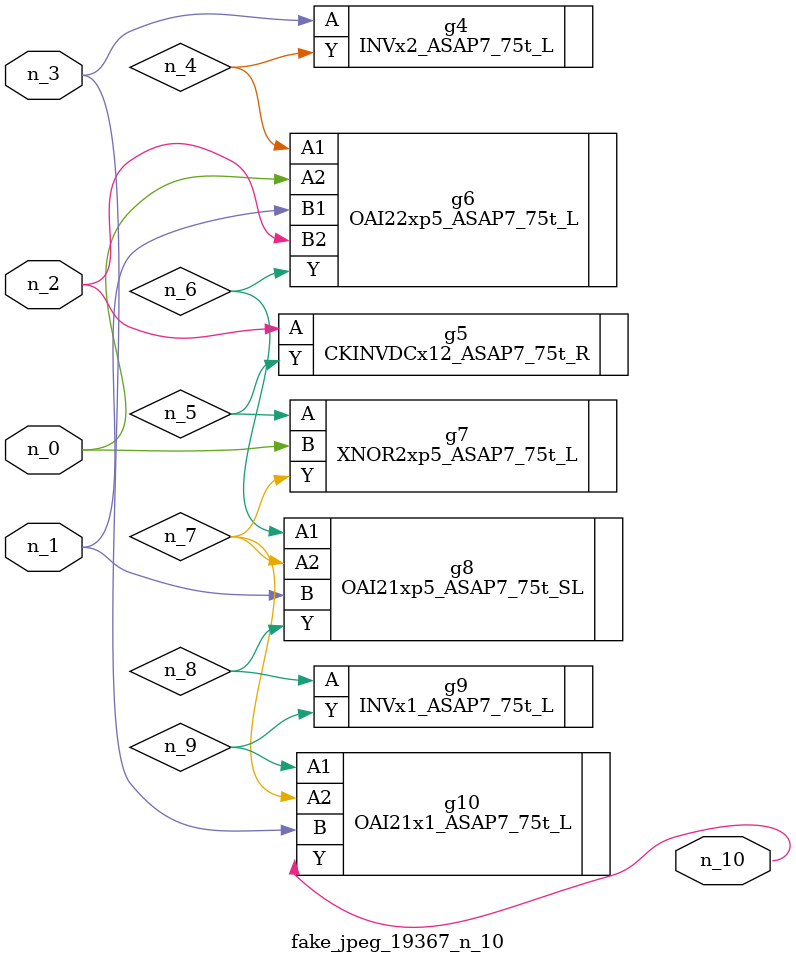
<source format=v>
module fake_jpeg_19367_n_10 (n_0, n_3, n_2, n_1, n_10);

input n_0;
input n_3;
input n_2;
input n_1;

output n_10;

wire n_4;
wire n_8;
wire n_9;
wire n_6;
wire n_5;
wire n_7;

INVx2_ASAP7_75t_L g4 ( 
.A(n_3),
.Y(n_4)
);

CKINVDCx12_ASAP7_75t_R g5 ( 
.A(n_2),
.Y(n_5)
);

OAI22xp5_ASAP7_75t_L g6 ( 
.A1(n_4),
.A2(n_0),
.B1(n_1),
.B2(n_2),
.Y(n_6)
);

OAI21xp5_ASAP7_75t_SL g8 ( 
.A1(n_6),
.A2(n_7),
.B(n_1),
.Y(n_8)
);

XNOR2xp5_ASAP7_75t_L g7 ( 
.A(n_5),
.B(n_0),
.Y(n_7)
);

INVx1_ASAP7_75t_L g9 ( 
.A(n_8),
.Y(n_9)
);

OAI21x1_ASAP7_75t_L g10 ( 
.A1(n_9),
.A2(n_7),
.B(n_3),
.Y(n_10)
);


endmodule
</source>
